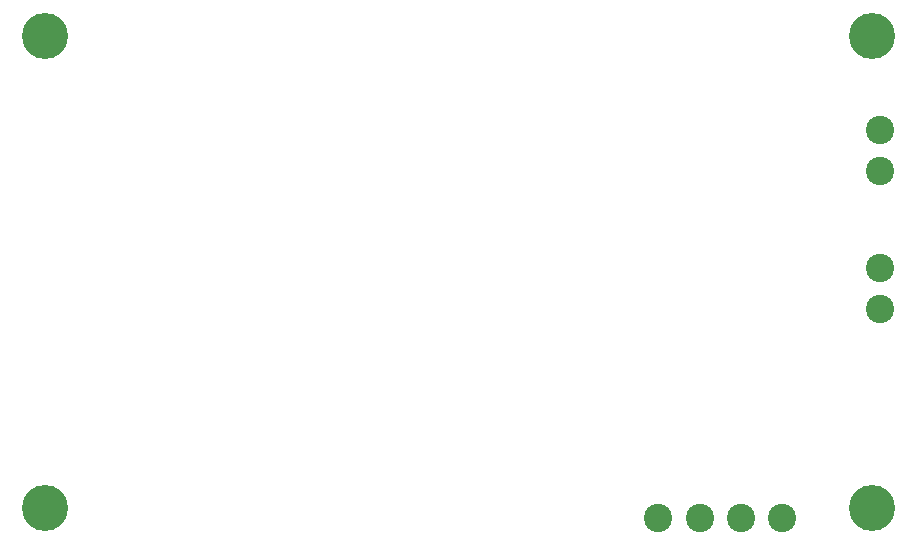
<source format=gbr>
G04 #@! TF.FileFunction,Soldermask,Bot*
%FSLAX46Y46*%
G04 Gerber Fmt 4.6, Leading zero omitted, Abs format (unit mm)*
G04 Created by KiCad (PCBNEW 4.0.5) date 10/06/17 09:47:02*
%MOMM*%
%LPD*%
G01*
G04 APERTURE LIST*
%ADD10C,0.100000*%
%ADD11C,2.398980*%
%ADD12C,3.900120*%
G04 APERTURE END LIST*
D10*
D11*
X169750060Y-115800000D03*
X173250180Y-115800000D03*
X166249940Y-115800000D03*
X162749820Y-115800000D03*
X181500000Y-86450060D03*
X181500000Y-82949940D03*
X181500000Y-98150060D03*
X181500000Y-94649940D03*
D12*
X110801260Y-114998740D03*
X110801260Y-74998820D03*
X180801120Y-74998820D03*
X180801120Y-114998740D03*
M02*

</source>
